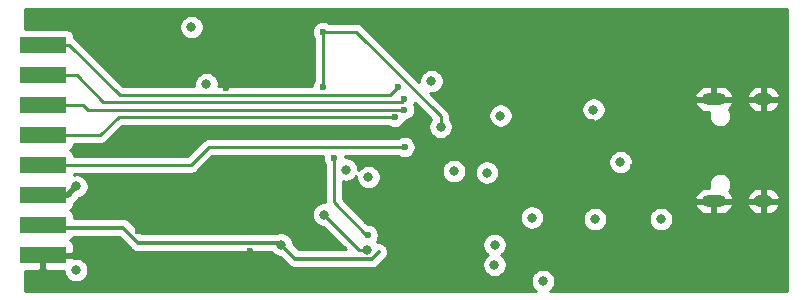
<source format=gbr>
%TF.GenerationSoftware,KiCad,Pcbnew,(5.1.6)-1*%
%TF.CreationDate,2020-08-19T15:06:30+08:00*%
%TF.ProjectId,sl_v2,736c5f76-322e-46b6-9963-61645f706362,rev?*%
%TF.SameCoordinates,Original*%
%TF.FileFunction,Copper,L4,Bot*%
%TF.FilePolarity,Positive*%
%FSLAX46Y46*%
G04 Gerber Fmt 4.6, Leading zero omitted, Abs format (unit mm)*
G04 Created by KiCad (PCBNEW (5.1.6)-1) date 2020-08-19 15:06:30*
%MOMM*%
%LPD*%
G01*
G04 APERTURE LIST*
%TA.AperFunction,SMDPad,CuDef*%
%ADD10R,4.000000X1.400000*%
%TD*%
%TA.AperFunction,ComponentPad*%
%ADD11O,1.600000X1.000000*%
%TD*%
%TA.AperFunction,ComponentPad*%
%ADD12O,2.100000X1.000000*%
%TD*%
%TA.AperFunction,ViaPad*%
%ADD13C,0.800000*%
%TD*%
%TA.AperFunction,ViaPad*%
%ADD14C,0.600000*%
%TD*%
%TA.AperFunction,Conductor*%
%ADD15C,0.350000*%
%TD*%
%TA.AperFunction,Conductor*%
%ADD16C,0.250000*%
%TD*%
%TA.AperFunction,Conductor*%
%ADD17C,0.500000*%
%TD*%
%TA.AperFunction,Conductor*%
%ADD18C,0.254000*%
%TD*%
G04 APERTURE END LIST*
D10*
%TO.P,J2,9*%
%TO.N,/C0*%
X127889000Y-89154000D03*
%TO.P,J2,10*%
%TO.N,/C1*%
X127889000Y-91694000D03*
%TO.P,J2,11*%
%TO.N,/C2*%
X127889000Y-94234000D03*
%TO.P,J2,12*%
%TO.N,/C3*%
X127889000Y-96774000D03*
%TO.P,J2,13*%
%TO.N,/7.5M_CLK*%
X127889000Y-99314000D03*
%TO.P,J2,14*%
%TO.N,/+3.3V_OUT*%
X127889000Y-101854000D03*
%TO.P,J2,15*%
%TO.N,/+5V_OUT*%
X127889000Y-104394000D03*
%TO.P,J2,16*%
%TO.N,GND*%
X127889000Y-106934000D03*
%TD*%
D11*
%TO.P,J1,S1*%
%TO.N,GND*%
X188883000Y-93724000D03*
X188883000Y-102364000D03*
D12*
X184703000Y-102364000D03*
X184703000Y-93724000D03*
%TD*%
D13*
%TO.N,/+3.3V_FTOUT*%
X141732000Y-92456000D03*
X140462000Y-87630000D03*
X155448000Y-100330000D03*
X153543000Y-99695000D03*
X162687000Y-99822000D03*
X176784000Y-99060000D03*
X174498000Y-94615000D03*
X180213000Y-103886000D03*
X169291000Y-103759000D03*
D14*
%TO.N,GND*%
X146735800Y-87553800D03*
X143408400Y-92770800D03*
X137769600Y-92481400D03*
X159004000Y-100380800D03*
X156489400Y-102616000D03*
X155321000Y-104063800D03*
X163982400Y-102539800D03*
X145415000Y-104698800D03*
X145440400Y-106603800D03*
X144043400Y-104902000D03*
X135940800Y-104876600D03*
X134797800Y-106273600D03*
X127914400Y-108483400D03*
X170078400Y-95402400D03*
X166979600Y-98552000D03*
X166979600Y-98552000D03*
X166674800Y-100050600D03*
X162687000Y-94615000D03*
X174371000Y-93370400D03*
X174421800Y-95656400D03*
X174066200Y-97967800D03*
X176707800Y-97942400D03*
X177850800Y-99466400D03*
X177698400Y-95656400D03*
X182422800Y-94742000D03*
X182170000Y-101294000D03*
X178790600Y-101930200D03*
X180213000Y-105079800D03*
X178181000Y-107518200D03*
X162991800Y-105867200D03*
X160426400Y-105765600D03*
D13*
X170891200Y-101981000D03*
%TO.N,/+3.3V_VCCIO*%
X160782000Y-92202000D03*
X166624000Y-95123000D03*
X165481000Y-99949000D03*
%TO.N,/+3.3V_ROM*%
X166141400Y-106070400D03*
X166116000Y-107772200D03*
X174625000Y-103886000D03*
X170230800Y-109143800D03*
%TO.N,Net-(C16-Pad1)*%
X151688800Y-103505000D03*
X155346400Y-106476800D03*
%TO.N,/+5V_OUT*%
X148056600Y-106045000D03*
D14*
%TO.N,/7.5M_CLK*%
X158521400Y-97790000D03*
%TO.N,/C3*%
X157696201Y-95240000D03*
%TO.N,/C2*%
X158470600Y-94615000D03*
%TO.N,/C1*%
X158496000Y-93726000D03*
%TO.N,/C0*%
X157937200Y-92684600D03*
D13*
%TO.N,/+3.3V_OUT*%
X130708400Y-108204000D03*
X130733800Y-101129000D03*
D14*
%TO.N,/5V_OUT_EN*%
X152500384Y-98677784D03*
X155397200Y-105232200D03*
%TO.N,/I2C_CONNECT*%
X151587200Y-92684600D03*
X151587200Y-88036400D03*
D13*
X161569400Y-96088200D03*
%TD*%
D15*
%TO.N,GND*%
X127889000Y-106934000D02*
X127889000Y-108458000D01*
X127889000Y-108458000D02*
X127914400Y-108483400D01*
D16*
%TO.N,Net-(C16-Pad1)*%
X151688800Y-103505000D02*
X154660600Y-106476800D01*
X154660600Y-106476800D02*
X155346400Y-106476800D01*
D15*
%TO.N,/+5V_OUT*%
X155718401Y-107251801D02*
X156311600Y-106658602D01*
X148056600Y-106045000D02*
X149263401Y-107251801D01*
X149263401Y-107251801D02*
X155718401Y-107251801D01*
X148056600Y-106045000D02*
X147904200Y-105892600D01*
X135957798Y-105892600D02*
X134687798Y-104622600D01*
X147904200Y-105892600D02*
X135957798Y-105892600D01*
X128117600Y-104622600D02*
X127889000Y-104394000D01*
X134687798Y-104622600D02*
X128117600Y-104622600D01*
D16*
%TO.N,/7.5M_CLK*%
X158521400Y-97790000D02*
X141935200Y-97790000D01*
X140411200Y-99314000D02*
X127889000Y-99314000D01*
X141935200Y-97790000D02*
X140411200Y-99314000D01*
%TO.N,/C3*%
X157696201Y-95240000D02*
X134299800Y-95240000D01*
X132765800Y-96774000D02*
X127889000Y-96774000D01*
X134299800Y-95240000D02*
X132765800Y-96774000D01*
%TO.N,/C2*%
X158470600Y-94615000D02*
X131699000Y-94615000D01*
X131318000Y-94234000D02*
X127889000Y-94234000D01*
X131699000Y-94615000D02*
X131318000Y-94234000D01*
%TO.N,/C1*%
X130759200Y-91694000D02*
X127889000Y-91694000D01*
X133019800Y-93954600D02*
X130759200Y-91694000D01*
X158496000Y-93726000D02*
X158267400Y-93954600D01*
X158267400Y-93954600D02*
X133019800Y-93954600D01*
%TO.N,/C0*%
X130139000Y-89154000D02*
X127889000Y-89154000D01*
X157251400Y-93395800D02*
X134380800Y-93395800D01*
X157937200Y-92684600D02*
X157251400Y-93395800D01*
X134380800Y-93395800D02*
X130139000Y-89154000D01*
D17*
%TO.N,/+3.3V_OUT*%
X130008800Y-101854000D02*
X130733800Y-101129000D01*
X127889000Y-101854000D02*
X130008800Y-101854000D01*
D16*
%TO.N,/5V_OUT_EN*%
X152500384Y-98677784D02*
X152500384Y-102462384D01*
X152500384Y-102462384D02*
X155270200Y-105232200D01*
X155270200Y-105232200D02*
X155397200Y-105232200D01*
%TO.N,/I2C_CONNECT*%
X151587200Y-92684600D02*
X151587200Y-88036400D01*
X161569400Y-96088200D02*
X161569400Y-95199200D01*
X154406600Y-88036400D02*
X151587200Y-88036400D01*
X161569400Y-95199200D02*
X154406600Y-88036400D01*
%TD*%
D18*
%TO.N,GND*%
G36*
X190908000Y-110009000D02*
G01*
X170798887Y-110009000D01*
X170890574Y-109947737D01*
X171034737Y-109803574D01*
X171148005Y-109634056D01*
X171226026Y-109445698D01*
X171265800Y-109245739D01*
X171265800Y-109041861D01*
X171226026Y-108841902D01*
X171148005Y-108653544D01*
X171034737Y-108484026D01*
X170890574Y-108339863D01*
X170721056Y-108226595D01*
X170532698Y-108148574D01*
X170332739Y-108108800D01*
X170128861Y-108108800D01*
X169928902Y-108148574D01*
X169740544Y-108226595D01*
X169571026Y-108339863D01*
X169426863Y-108484026D01*
X169313595Y-108653544D01*
X169235574Y-108841902D01*
X169195800Y-109041861D01*
X169195800Y-109245739D01*
X169235574Y-109445698D01*
X169313595Y-109634056D01*
X169426863Y-109803574D01*
X169571026Y-109947737D01*
X169662713Y-110009000D01*
X126338000Y-110009000D01*
X126338000Y-108271267D01*
X127603250Y-108269000D01*
X127762000Y-108110250D01*
X127762000Y-107061000D01*
X128016000Y-107061000D01*
X128016000Y-108110250D01*
X128174750Y-108269000D01*
X129673400Y-108271686D01*
X129673400Y-108305939D01*
X129713174Y-108505898D01*
X129791195Y-108694256D01*
X129904463Y-108863774D01*
X130048626Y-109007937D01*
X130218144Y-109121205D01*
X130406502Y-109199226D01*
X130606461Y-109239000D01*
X130810339Y-109239000D01*
X131010298Y-109199226D01*
X131198656Y-109121205D01*
X131368174Y-109007937D01*
X131512337Y-108863774D01*
X131625605Y-108694256D01*
X131703626Y-108505898D01*
X131743400Y-108305939D01*
X131743400Y-108102061D01*
X131703626Y-107902102D01*
X131625605Y-107713744D01*
X131512337Y-107544226D01*
X131368174Y-107400063D01*
X131198656Y-107286795D01*
X131010298Y-107208774D01*
X130810339Y-107169000D01*
X130606461Y-107169000D01*
X130495351Y-107191101D01*
X130365250Y-107061000D01*
X128016000Y-107061000D01*
X127762000Y-107061000D01*
X127742000Y-107061000D01*
X127742000Y-106807000D01*
X127762000Y-106807000D01*
X127762000Y-106787000D01*
X128016000Y-106787000D01*
X128016000Y-106807000D01*
X130365250Y-106807000D01*
X130524000Y-106648250D01*
X130527072Y-106234000D01*
X130514812Y-106109518D01*
X130478502Y-105989820D01*
X130419537Y-105879506D01*
X130340185Y-105782815D01*
X130243494Y-105703463D01*
X130169665Y-105664000D01*
X130243494Y-105624537D01*
X130340185Y-105545185D01*
X130419537Y-105448494D01*
X130428033Y-105432600D01*
X134352286Y-105432600D01*
X135356903Y-106437218D01*
X135382270Y-106468128D01*
X135450008Y-106523719D01*
X135505608Y-106569349D01*
X135580822Y-106609551D01*
X135646325Y-106644563D01*
X135799010Y-106690880D01*
X135918007Y-106702600D01*
X135918009Y-106702600D01*
X135957797Y-106706519D01*
X135997585Y-106702600D01*
X147251210Y-106702600D01*
X147252663Y-106704774D01*
X147396826Y-106848937D01*
X147566344Y-106962205D01*
X147754702Y-107040226D01*
X147943959Y-107077871D01*
X148662506Y-107796419D01*
X148687873Y-107827329D01*
X148744912Y-107874139D01*
X148811211Y-107928550D01*
X148886425Y-107968752D01*
X148951928Y-108003764D01*
X149104613Y-108050081D01*
X149223610Y-108061801D01*
X149223612Y-108061801D01*
X149263400Y-108065720D01*
X149303188Y-108061801D01*
X155678613Y-108061801D01*
X155718401Y-108065720D01*
X155758189Y-108061801D01*
X155758192Y-108061801D01*
X155877189Y-108050081D01*
X156029874Y-108003764D01*
X156170590Y-107928550D01*
X156293929Y-107827329D01*
X156319300Y-107796414D01*
X156445453Y-107670261D01*
X165081000Y-107670261D01*
X165081000Y-107874139D01*
X165120774Y-108074098D01*
X165198795Y-108262456D01*
X165312063Y-108431974D01*
X165456226Y-108576137D01*
X165625744Y-108689405D01*
X165814102Y-108767426D01*
X166014061Y-108807200D01*
X166217939Y-108807200D01*
X166417898Y-108767426D01*
X166606256Y-108689405D01*
X166775774Y-108576137D01*
X166919937Y-108431974D01*
X167033205Y-108262456D01*
X167111226Y-108074098D01*
X167151000Y-107874139D01*
X167151000Y-107670261D01*
X167111226Y-107470302D01*
X167033205Y-107281944D01*
X166919937Y-107112426D01*
X166775774Y-106968263D01*
X166718189Y-106929786D01*
X166801174Y-106874337D01*
X166945337Y-106730174D01*
X167058605Y-106560656D01*
X167136626Y-106372298D01*
X167176400Y-106172339D01*
X167176400Y-105968461D01*
X167136626Y-105768502D01*
X167058605Y-105580144D01*
X166945337Y-105410626D01*
X166801174Y-105266463D01*
X166631656Y-105153195D01*
X166443298Y-105075174D01*
X166243339Y-105035400D01*
X166039461Y-105035400D01*
X165839502Y-105075174D01*
X165651144Y-105153195D01*
X165481626Y-105266463D01*
X165337463Y-105410626D01*
X165224195Y-105580144D01*
X165146174Y-105768502D01*
X165106400Y-105968461D01*
X165106400Y-106172339D01*
X165146174Y-106372298D01*
X165224195Y-106560656D01*
X165337463Y-106730174D01*
X165481626Y-106874337D01*
X165539211Y-106912814D01*
X165456226Y-106968263D01*
X165312063Y-107112426D01*
X165198795Y-107281944D01*
X165120774Y-107470302D01*
X165081000Y-107670261D01*
X156445453Y-107670261D01*
X156912492Y-107203223D01*
X156988349Y-107110792D01*
X157063562Y-106970076D01*
X157109879Y-106817390D01*
X157125519Y-106658603D01*
X157109879Y-106499815D01*
X157063562Y-106347129D01*
X156988349Y-106206413D01*
X156887127Y-106083075D01*
X156763789Y-105981853D01*
X156623073Y-105906640D01*
X156470387Y-105860323D01*
X156311599Y-105844683D01*
X156177633Y-105857878D01*
X156150337Y-105817026D01*
X156138713Y-105805402D01*
X156225786Y-105675089D01*
X156296268Y-105504929D01*
X156332200Y-105324289D01*
X156332200Y-105140111D01*
X156296268Y-104959471D01*
X156225786Y-104789311D01*
X156123462Y-104636172D01*
X155993228Y-104505938D01*
X155840089Y-104403614D01*
X155669929Y-104333132D01*
X155489289Y-104297200D01*
X155410002Y-104297200D01*
X154769863Y-103657061D01*
X168256000Y-103657061D01*
X168256000Y-103860939D01*
X168295774Y-104060898D01*
X168373795Y-104249256D01*
X168487063Y-104418774D01*
X168631226Y-104562937D01*
X168800744Y-104676205D01*
X168989102Y-104754226D01*
X169189061Y-104794000D01*
X169392939Y-104794000D01*
X169592898Y-104754226D01*
X169781256Y-104676205D01*
X169950774Y-104562937D01*
X170094937Y-104418774D01*
X170208205Y-104249256D01*
X170286226Y-104060898D01*
X170326000Y-103860939D01*
X170326000Y-103784061D01*
X173590000Y-103784061D01*
X173590000Y-103987939D01*
X173629774Y-104187898D01*
X173707795Y-104376256D01*
X173821063Y-104545774D01*
X173965226Y-104689937D01*
X174134744Y-104803205D01*
X174323102Y-104881226D01*
X174523061Y-104921000D01*
X174726939Y-104921000D01*
X174926898Y-104881226D01*
X175115256Y-104803205D01*
X175284774Y-104689937D01*
X175428937Y-104545774D01*
X175542205Y-104376256D01*
X175620226Y-104187898D01*
X175660000Y-103987939D01*
X175660000Y-103784061D01*
X179178000Y-103784061D01*
X179178000Y-103987939D01*
X179217774Y-104187898D01*
X179295795Y-104376256D01*
X179409063Y-104545774D01*
X179553226Y-104689937D01*
X179722744Y-104803205D01*
X179911102Y-104881226D01*
X180111061Y-104921000D01*
X180314939Y-104921000D01*
X180514898Y-104881226D01*
X180703256Y-104803205D01*
X180872774Y-104689937D01*
X181016937Y-104545774D01*
X181130205Y-104376256D01*
X181208226Y-104187898D01*
X181248000Y-103987939D01*
X181248000Y-103784061D01*
X181208226Y-103584102D01*
X181130205Y-103395744D01*
X181016937Y-103226226D01*
X180872774Y-103082063D01*
X180703256Y-102968795D01*
X180514898Y-102890774D01*
X180314939Y-102851000D01*
X180111061Y-102851000D01*
X179911102Y-102890774D01*
X179722744Y-102968795D01*
X179553226Y-103082063D01*
X179409063Y-103226226D01*
X179295795Y-103395744D01*
X179217774Y-103584102D01*
X179178000Y-103784061D01*
X175660000Y-103784061D01*
X175620226Y-103584102D01*
X175542205Y-103395744D01*
X175428937Y-103226226D01*
X175284774Y-103082063D01*
X175115256Y-102968795D01*
X174926898Y-102890774D01*
X174726939Y-102851000D01*
X174523061Y-102851000D01*
X174323102Y-102890774D01*
X174134744Y-102968795D01*
X173965226Y-103082063D01*
X173821063Y-103226226D01*
X173707795Y-103395744D01*
X173629774Y-103584102D01*
X173590000Y-103784061D01*
X170326000Y-103784061D01*
X170326000Y-103657061D01*
X170286226Y-103457102D01*
X170208205Y-103268744D01*
X170094937Y-103099226D01*
X169950774Y-102955063D01*
X169781256Y-102841795D01*
X169592898Y-102763774D01*
X169392939Y-102724000D01*
X169189061Y-102724000D01*
X168989102Y-102763774D01*
X168800744Y-102841795D01*
X168631226Y-102955063D01*
X168487063Y-103099226D01*
X168373795Y-103268744D01*
X168295774Y-103457102D01*
X168256000Y-103657061D01*
X154769863Y-103657061D01*
X153778676Y-102665874D01*
X183058881Y-102665874D01*
X183138724Y-102888976D01*
X183260631Y-103076764D01*
X183416831Y-103237161D01*
X183601322Y-103364003D01*
X183807013Y-103452415D01*
X184026000Y-103499000D01*
X184576000Y-103499000D01*
X184576000Y-102491000D01*
X184830000Y-102491000D01*
X184830000Y-103499000D01*
X185380000Y-103499000D01*
X185598987Y-103452415D01*
X185804678Y-103364003D01*
X185989169Y-103237161D01*
X186145369Y-103076764D01*
X186267276Y-102888976D01*
X186347119Y-102665874D01*
X187488881Y-102665874D01*
X187568724Y-102888976D01*
X187690631Y-103076764D01*
X187846831Y-103237161D01*
X188031322Y-103364003D01*
X188237013Y-103452415D01*
X188456000Y-103499000D01*
X188756000Y-103499000D01*
X188756000Y-102491000D01*
X189010000Y-102491000D01*
X189010000Y-103499000D01*
X189310000Y-103499000D01*
X189528987Y-103452415D01*
X189734678Y-103364003D01*
X189919169Y-103237161D01*
X190075369Y-103076764D01*
X190197276Y-102888976D01*
X190277119Y-102665874D01*
X190150954Y-102491000D01*
X189010000Y-102491000D01*
X188756000Y-102491000D01*
X187615046Y-102491000D01*
X187488881Y-102665874D01*
X186347119Y-102665874D01*
X186220954Y-102491000D01*
X184830000Y-102491000D01*
X184576000Y-102491000D01*
X183185046Y-102491000D01*
X183058881Y-102665874D01*
X153778676Y-102665874D01*
X153260384Y-102147583D01*
X153260384Y-102062126D01*
X183058881Y-102062126D01*
X183185046Y-102237000D01*
X184576000Y-102237000D01*
X184576000Y-102217000D01*
X184830000Y-102217000D01*
X184830000Y-102237000D01*
X186220954Y-102237000D01*
X186347119Y-102062126D01*
X187488881Y-102062126D01*
X187615046Y-102237000D01*
X188756000Y-102237000D01*
X188756000Y-101229000D01*
X189010000Y-101229000D01*
X189010000Y-102237000D01*
X190150954Y-102237000D01*
X190277119Y-102062126D01*
X190197276Y-101839024D01*
X190075369Y-101651236D01*
X189919169Y-101490839D01*
X189734678Y-101363997D01*
X189528987Y-101275585D01*
X189310000Y-101229000D01*
X189010000Y-101229000D01*
X188756000Y-101229000D01*
X188456000Y-101229000D01*
X188237013Y-101275585D01*
X188031322Y-101363997D01*
X187846831Y-101490839D01*
X187690631Y-101651236D01*
X187568724Y-101839024D01*
X187488881Y-102062126D01*
X186347119Y-102062126D01*
X186267276Y-101839024D01*
X186145369Y-101651236D01*
X186004794Y-101506884D01*
X186083741Y-101388731D01*
X186156108Y-101214022D01*
X186193000Y-101028552D01*
X186193000Y-100839448D01*
X186156108Y-100653978D01*
X186083741Y-100479269D01*
X185978681Y-100322036D01*
X185844964Y-100188319D01*
X185687731Y-100083259D01*
X185513022Y-100010892D01*
X185327552Y-99974000D01*
X185138448Y-99974000D01*
X184952978Y-100010892D01*
X184778269Y-100083259D01*
X184621036Y-100188319D01*
X184487319Y-100322036D01*
X184382259Y-100479269D01*
X184309892Y-100653978D01*
X184273000Y-100839448D01*
X184273000Y-101028552D01*
X184309892Y-101214022D01*
X184316096Y-101229000D01*
X184026000Y-101229000D01*
X183807013Y-101275585D01*
X183601322Y-101363997D01*
X183416831Y-101490839D01*
X183260631Y-101651236D01*
X183138724Y-101839024D01*
X183058881Y-102062126D01*
X153260384Y-102062126D01*
X153260384Y-100694061D01*
X153441061Y-100730000D01*
X153644939Y-100730000D01*
X153844898Y-100690226D01*
X154033256Y-100612205D01*
X154202774Y-100498937D01*
X154346937Y-100354774D01*
X154413000Y-100255903D01*
X154413000Y-100431939D01*
X154452774Y-100631898D01*
X154530795Y-100820256D01*
X154644063Y-100989774D01*
X154788226Y-101133937D01*
X154957744Y-101247205D01*
X155146102Y-101325226D01*
X155346061Y-101365000D01*
X155549939Y-101365000D01*
X155749898Y-101325226D01*
X155938256Y-101247205D01*
X156107774Y-101133937D01*
X156251937Y-100989774D01*
X156365205Y-100820256D01*
X156443226Y-100631898D01*
X156483000Y-100431939D01*
X156483000Y-100228061D01*
X156443226Y-100028102D01*
X156365205Y-99839744D01*
X156285236Y-99720061D01*
X161652000Y-99720061D01*
X161652000Y-99923939D01*
X161691774Y-100123898D01*
X161769795Y-100312256D01*
X161883063Y-100481774D01*
X162027226Y-100625937D01*
X162196744Y-100739205D01*
X162385102Y-100817226D01*
X162585061Y-100857000D01*
X162788939Y-100857000D01*
X162988898Y-100817226D01*
X163177256Y-100739205D01*
X163346774Y-100625937D01*
X163490937Y-100481774D01*
X163604205Y-100312256D01*
X163682226Y-100123898D01*
X163722000Y-99923939D01*
X163722000Y-99847061D01*
X164446000Y-99847061D01*
X164446000Y-100050939D01*
X164485774Y-100250898D01*
X164563795Y-100439256D01*
X164677063Y-100608774D01*
X164821226Y-100752937D01*
X164990744Y-100866205D01*
X165179102Y-100944226D01*
X165379061Y-100984000D01*
X165582939Y-100984000D01*
X165782898Y-100944226D01*
X165971256Y-100866205D01*
X166140774Y-100752937D01*
X166284937Y-100608774D01*
X166398205Y-100439256D01*
X166476226Y-100250898D01*
X166516000Y-100050939D01*
X166516000Y-99847061D01*
X166476226Y-99647102D01*
X166398205Y-99458744D01*
X166284937Y-99289226D01*
X166140774Y-99145063D01*
X165971256Y-99031795D01*
X165793248Y-98958061D01*
X175749000Y-98958061D01*
X175749000Y-99161939D01*
X175788774Y-99361898D01*
X175866795Y-99550256D01*
X175980063Y-99719774D01*
X176124226Y-99863937D01*
X176293744Y-99977205D01*
X176482102Y-100055226D01*
X176682061Y-100095000D01*
X176885939Y-100095000D01*
X177085898Y-100055226D01*
X177274256Y-99977205D01*
X177443774Y-99863937D01*
X177587937Y-99719774D01*
X177701205Y-99550256D01*
X177779226Y-99361898D01*
X177819000Y-99161939D01*
X177819000Y-98958061D01*
X177779226Y-98758102D01*
X177701205Y-98569744D01*
X177587937Y-98400226D01*
X177443774Y-98256063D01*
X177274256Y-98142795D01*
X177085898Y-98064774D01*
X176885939Y-98025000D01*
X176682061Y-98025000D01*
X176482102Y-98064774D01*
X176293744Y-98142795D01*
X176124226Y-98256063D01*
X175980063Y-98400226D01*
X175866795Y-98569744D01*
X175788774Y-98758102D01*
X175749000Y-98958061D01*
X165793248Y-98958061D01*
X165782898Y-98953774D01*
X165582939Y-98914000D01*
X165379061Y-98914000D01*
X165179102Y-98953774D01*
X164990744Y-99031795D01*
X164821226Y-99145063D01*
X164677063Y-99289226D01*
X164563795Y-99458744D01*
X164485774Y-99647102D01*
X164446000Y-99847061D01*
X163722000Y-99847061D01*
X163722000Y-99720061D01*
X163682226Y-99520102D01*
X163604205Y-99331744D01*
X163490937Y-99162226D01*
X163346774Y-99018063D01*
X163177256Y-98904795D01*
X162988898Y-98826774D01*
X162788939Y-98787000D01*
X162585061Y-98787000D01*
X162385102Y-98826774D01*
X162196744Y-98904795D01*
X162027226Y-99018063D01*
X161883063Y-99162226D01*
X161769795Y-99331744D01*
X161691774Y-99520102D01*
X161652000Y-99720061D01*
X156285236Y-99720061D01*
X156251937Y-99670226D01*
X156107774Y-99526063D01*
X155938256Y-99412795D01*
X155749898Y-99334774D01*
X155549939Y-99295000D01*
X155346061Y-99295000D01*
X155146102Y-99334774D01*
X154957744Y-99412795D01*
X154788226Y-99526063D01*
X154644063Y-99670226D01*
X154578000Y-99769097D01*
X154578000Y-99593061D01*
X154538226Y-99393102D01*
X154460205Y-99204744D01*
X154346937Y-99035226D01*
X154202774Y-98891063D01*
X154033256Y-98777795D01*
X153844898Y-98699774D01*
X153644939Y-98660000D01*
X153441061Y-98660000D01*
X153435384Y-98661129D01*
X153435384Y-98585695D01*
X153428284Y-98550000D01*
X157975865Y-98550000D01*
X158078511Y-98618586D01*
X158248671Y-98689068D01*
X158429311Y-98725000D01*
X158613489Y-98725000D01*
X158794129Y-98689068D01*
X158964289Y-98618586D01*
X159117428Y-98516262D01*
X159247662Y-98386028D01*
X159349986Y-98232889D01*
X159420468Y-98062729D01*
X159456400Y-97882089D01*
X159456400Y-97697911D01*
X159420468Y-97517271D01*
X159349986Y-97347111D01*
X159247662Y-97193972D01*
X159117428Y-97063738D01*
X158964289Y-96961414D01*
X158794129Y-96890932D01*
X158613489Y-96855000D01*
X158429311Y-96855000D01*
X158248671Y-96890932D01*
X158078511Y-96961414D01*
X157975865Y-97030000D01*
X141972522Y-97030000D01*
X141935199Y-97026324D01*
X141897876Y-97030000D01*
X141897867Y-97030000D01*
X141786214Y-97040997D01*
X141642953Y-97084454D01*
X141510924Y-97155026D01*
X141510922Y-97155027D01*
X141510923Y-97155027D01*
X141424196Y-97226201D01*
X141424192Y-97226205D01*
X141395199Y-97249999D01*
X141371405Y-97278992D01*
X140096399Y-98554000D01*
X130521163Y-98554000D01*
X130514812Y-98489518D01*
X130478502Y-98369820D01*
X130419537Y-98259506D01*
X130340185Y-98162815D01*
X130243494Y-98083463D01*
X130169665Y-98044000D01*
X130243494Y-98004537D01*
X130340185Y-97925185D01*
X130419537Y-97828494D01*
X130478502Y-97718180D01*
X130514812Y-97598482D01*
X130521163Y-97534000D01*
X132728478Y-97534000D01*
X132765800Y-97537676D01*
X132803122Y-97534000D01*
X132803133Y-97534000D01*
X132914786Y-97523003D01*
X133058047Y-97479546D01*
X133190076Y-97408974D01*
X133305801Y-97314001D01*
X133329604Y-97284997D01*
X134614602Y-96000000D01*
X157150666Y-96000000D01*
X157253312Y-96068586D01*
X157423472Y-96139068D01*
X157604112Y-96175000D01*
X157788290Y-96175000D01*
X157968930Y-96139068D01*
X158139090Y-96068586D01*
X158292229Y-95966262D01*
X158422463Y-95836028D01*
X158524787Y-95682889D01*
X158581370Y-95546284D01*
X158743329Y-95514068D01*
X158913489Y-95443586D01*
X159066628Y-95341262D01*
X159196862Y-95211028D01*
X159299186Y-95057889D01*
X159369668Y-94887729D01*
X159405600Y-94707089D01*
X159405600Y-94522911D01*
X159369668Y-94342271D01*
X159308082Y-94193589D01*
X159324586Y-94168889D01*
X159365503Y-94070105D01*
X160748785Y-95453387D01*
X160652195Y-95597944D01*
X160574174Y-95786302D01*
X160534400Y-95986261D01*
X160534400Y-96190139D01*
X160574174Y-96390098D01*
X160652195Y-96578456D01*
X160765463Y-96747974D01*
X160909626Y-96892137D01*
X161079144Y-97005405D01*
X161267502Y-97083426D01*
X161467461Y-97123200D01*
X161671339Y-97123200D01*
X161871298Y-97083426D01*
X162059656Y-97005405D01*
X162229174Y-96892137D01*
X162373337Y-96747974D01*
X162486605Y-96578456D01*
X162564626Y-96390098D01*
X162604400Y-96190139D01*
X162604400Y-95986261D01*
X162564626Y-95786302D01*
X162486605Y-95597944D01*
X162373337Y-95428426D01*
X162329400Y-95384489D01*
X162329400Y-95236523D01*
X162333076Y-95199200D01*
X162329400Y-95161877D01*
X162329400Y-95161867D01*
X162318403Y-95050214D01*
X162309560Y-95021061D01*
X165589000Y-95021061D01*
X165589000Y-95224939D01*
X165628774Y-95424898D01*
X165706795Y-95613256D01*
X165820063Y-95782774D01*
X165964226Y-95926937D01*
X166133744Y-96040205D01*
X166322102Y-96118226D01*
X166522061Y-96158000D01*
X166725939Y-96158000D01*
X166925898Y-96118226D01*
X167114256Y-96040205D01*
X167283774Y-95926937D01*
X167427937Y-95782774D01*
X167541205Y-95613256D01*
X167619226Y-95424898D01*
X167659000Y-95224939D01*
X167659000Y-95021061D01*
X167619226Y-94821102D01*
X167541205Y-94632744D01*
X167461236Y-94513061D01*
X173463000Y-94513061D01*
X173463000Y-94716939D01*
X173502774Y-94916898D01*
X173580795Y-95105256D01*
X173694063Y-95274774D01*
X173838226Y-95418937D01*
X174007744Y-95532205D01*
X174196102Y-95610226D01*
X174396061Y-95650000D01*
X174599939Y-95650000D01*
X174799898Y-95610226D01*
X174988256Y-95532205D01*
X175157774Y-95418937D01*
X175301937Y-95274774D01*
X175415205Y-95105256D01*
X175493226Y-94916898D01*
X175533000Y-94716939D01*
X175533000Y-94513061D01*
X175493226Y-94313102D01*
X175415205Y-94124744D01*
X175349143Y-94025874D01*
X183058881Y-94025874D01*
X183138724Y-94248976D01*
X183260631Y-94436764D01*
X183416831Y-94597161D01*
X183601322Y-94724003D01*
X183807013Y-94812415D01*
X184026000Y-94859000D01*
X184316096Y-94859000D01*
X184309892Y-94873978D01*
X184273000Y-95059448D01*
X184273000Y-95248552D01*
X184309892Y-95434022D01*
X184382259Y-95608731D01*
X184487319Y-95765964D01*
X184621036Y-95899681D01*
X184778269Y-96004741D01*
X184952978Y-96077108D01*
X185138448Y-96114000D01*
X185327552Y-96114000D01*
X185513022Y-96077108D01*
X185687731Y-96004741D01*
X185844964Y-95899681D01*
X185978681Y-95765964D01*
X186083741Y-95608731D01*
X186156108Y-95434022D01*
X186193000Y-95248552D01*
X186193000Y-95059448D01*
X186156108Y-94873978D01*
X186083741Y-94699269D01*
X186004794Y-94581116D01*
X186145369Y-94436764D01*
X186267276Y-94248976D01*
X186347119Y-94025874D01*
X187488881Y-94025874D01*
X187568724Y-94248976D01*
X187690631Y-94436764D01*
X187846831Y-94597161D01*
X188031322Y-94724003D01*
X188237013Y-94812415D01*
X188456000Y-94859000D01*
X188756000Y-94859000D01*
X188756000Y-93851000D01*
X189010000Y-93851000D01*
X189010000Y-94859000D01*
X189310000Y-94859000D01*
X189528987Y-94812415D01*
X189734678Y-94724003D01*
X189919169Y-94597161D01*
X190075369Y-94436764D01*
X190197276Y-94248976D01*
X190277119Y-94025874D01*
X190150954Y-93851000D01*
X189010000Y-93851000D01*
X188756000Y-93851000D01*
X187615046Y-93851000D01*
X187488881Y-94025874D01*
X186347119Y-94025874D01*
X186220954Y-93851000D01*
X184830000Y-93851000D01*
X184830000Y-93871000D01*
X184576000Y-93871000D01*
X184576000Y-93851000D01*
X183185046Y-93851000D01*
X183058881Y-94025874D01*
X175349143Y-94025874D01*
X175301937Y-93955226D01*
X175157774Y-93811063D01*
X174988256Y-93697795D01*
X174799898Y-93619774D01*
X174599939Y-93580000D01*
X174396061Y-93580000D01*
X174196102Y-93619774D01*
X174007744Y-93697795D01*
X173838226Y-93811063D01*
X173694063Y-93955226D01*
X173580795Y-94124744D01*
X173502774Y-94313102D01*
X173463000Y-94513061D01*
X167461236Y-94513061D01*
X167427937Y-94463226D01*
X167283774Y-94319063D01*
X167114256Y-94205795D01*
X166925898Y-94127774D01*
X166725939Y-94088000D01*
X166522061Y-94088000D01*
X166322102Y-94127774D01*
X166133744Y-94205795D01*
X165964226Y-94319063D01*
X165820063Y-94463226D01*
X165706795Y-94632744D01*
X165628774Y-94821102D01*
X165589000Y-95021061D01*
X162309560Y-95021061D01*
X162274946Y-94906953D01*
X162229057Y-94821102D01*
X162204374Y-94774923D01*
X162133199Y-94688197D01*
X162109401Y-94659199D01*
X162080403Y-94635401D01*
X160867128Y-93422126D01*
X183058881Y-93422126D01*
X183185046Y-93597000D01*
X184576000Y-93597000D01*
X184576000Y-92589000D01*
X184830000Y-92589000D01*
X184830000Y-93597000D01*
X186220954Y-93597000D01*
X186347119Y-93422126D01*
X187488881Y-93422126D01*
X187615046Y-93597000D01*
X188756000Y-93597000D01*
X188756000Y-92589000D01*
X189010000Y-92589000D01*
X189010000Y-93597000D01*
X190150954Y-93597000D01*
X190277119Y-93422126D01*
X190197276Y-93199024D01*
X190075369Y-93011236D01*
X189919169Y-92850839D01*
X189734678Y-92723997D01*
X189528987Y-92635585D01*
X189310000Y-92589000D01*
X189010000Y-92589000D01*
X188756000Y-92589000D01*
X188456000Y-92589000D01*
X188237013Y-92635585D01*
X188031322Y-92723997D01*
X187846831Y-92850839D01*
X187690631Y-93011236D01*
X187568724Y-93199024D01*
X187488881Y-93422126D01*
X186347119Y-93422126D01*
X186267276Y-93199024D01*
X186145369Y-93011236D01*
X185989169Y-92850839D01*
X185804678Y-92723997D01*
X185598987Y-92635585D01*
X185380000Y-92589000D01*
X184830000Y-92589000D01*
X184576000Y-92589000D01*
X184026000Y-92589000D01*
X183807013Y-92635585D01*
X183601322Y-92723997D01*
X183416831Y-92850839D01*
X183260631Y-93011236D01*
X183138724Y-93199024D01*
X183058881Y-93422126D01*
X160867128Y-93422126D01*
X160682002Y-93237000D01*
X160883939Y-93237000D01*
X161083898Y-93197226D01*
X161272256Y-93119205D01*
X161441774Y-93005937D01*
X161585937Y-92861774D01*
X161699205Y-92692256D01*
X161777226Y-92503898D01*
X161817000Y-92303939D01*
X161817000Y-92100061D01*
X161777226Y-91900102D01*
X161699205Y-91711744D01*
X161585937Y-91542226D01*
X161441774Y-91398063D01*
X161272256Y-91284795D01*
X161083898Y-91206774D01*
X160883939Y-91167000D01*
X160680061Y-91167000D01*
X160480102Y-91206774D01*
X160291744Y-91284795D01*
X160122226Y-91398063D01*
X159978063Y-91542226D01*
X159864795Y-91711744D01*
X159786774Y-91900102D01*
X159747000Y-92100061D01*
X159747000Y-92301998D01*
X154970404Y-87525403D01*
X154946601Y-87496399D01*
X154830876Y-87401426D01*
X154698847Y-87330854D01*
X154555586Y-87287397D01*
X154443933Y-87276400D01*
X154443922Y-87276400D01*
X154406600Y-87272724D01*
X154369278Y-87276400D01*
X152132735Y-87276400D01*
X152030089Y-87207814D01*
X151859929Y-87137332D01*
X151679289Y-87101400D01*
X151495111Y-87101400D01*
X151314471Y-87137332D01*
X151144311Y-87207814D01*
X150991172Y-87310138D01*
X150860938Y-87440372D01*
X150758614Y-87593511D01*
X150688132Y-87763671D01*
X150652200Y-87944311D01*
X150652200Y-88128489D01*
X150688132Y-88309129D01*
X150758614Y-88479289D01*
X150827201Y-88581937D01*
X150827200Y-92139064D01*
X150758614Y-92241711D01*
X150688132Y-92411871D01*
X150652200Y-92592511D01*
X150652200Y-92635800D01*
X142751513Y-92635800D01*
X142767000Y-92557939D01*
X142767000Y-92354061D01*
X142727226Y-92154102D01*
X142649205Y-91965744D01*
X142535937Y-91796226D01*
X142391774Y-91652063D01*
X142222256Y-91538795D01*
X142033898Y-91460774D01*
X141833939Y-91421000D01*
X141630061Y-91421000D01*
X141430102Y-91460774D01*
X141241744Y-91538795D01*
X141072226Y-91652063D01*
X140928063Y-91796226D01*
X140814795Y-91965744D01*
X140736774Y-92154102D01*
X140697000Y-92354061D01*
X140697000Y-92557939D01*
X140712487Y-92635800D01*
X134695602Y-92635800D01*
X130702804Y-88643003D01*
X130679001Y-88613999D01*
X130563276Y-88519026D01*
X130527072Y-88499674D01*
X130527072Y-88454000D01*
X130514812Y-88329518D01*
X130478502Y-88209820D01*
X130419537Y-88099506D01*
X130340185Y-88002815D01*
X130243494Y-87923463D01*
X130133180Y-87864498D01*
X130013482Y-87828188D01*
X129889000Y-87815928D01*
X126338000Y-87815928D01*
X126338000Y-87528061D01*
X139427000Y-87528061D01*
X139427000Y-87731939D01*
X139466774Y-87931898D01*
X139544795Y-88120256D01*
X139658063Y-88289774D01*
X139802226Y-88433937D01*
X139971744Y-88547205D01*
X140160102Y-88625226D01*
X140360061Y-88665000D01*
X140563939Y-88665000D01*
X140763898Y-88625226D01*
X140952256Y-88547205D01*
X141121774Y-88433937D01*
X141265937Y-88289774D01*
X141379205Y-88120256D01*
X141457226Y-87931898D01*
X141497000Y-87731939D01*
X141497000Y-87528061D01*
X141457226Y-87328102D01*
X141379205Y-87139744D01*
X141265937Y-86970226D01*
X141121774Y-86826063D01*
X140952256Y-86712795D01*
X140763898Y-86634774D01*
X140563939Y-86595000D01*
X140360061Y-86595000D01*
X140160102Y-86634774D01*
X139971744Y-86712795D01*
X139802226Y-86826063D01*
X139658063Y-86970226D01*
X139544795Y-87139744D01*
X139466774Y-87328102D01*
X139427000Y-87528061D01*
X126338000Y-87528061D01*
X126338000Y-86079000D01*
X190908001Y-86079000D01*
X190908000Y-110009000D01*
G37*
X190908000Y-110009000D02*
X170798887Y-110009000D01*
X170890574Y-109947737D01*
X171034737Y-109803574D01*
X171148005Y-109634056D01*
X171226026Y-109445698D01*
X171265800Y-109245739D01*
X171265800Y-109041861D01*
X171226026Y-108841902D01*
X171148005Y-108653544D01*
X171034737Y-108484026D01*
X170890574Y-108339863D01*
X170721056Y-108226595D01*
X170532698Y-108148574D01*
X170332739Y-108108800D01*
X170128861Y-108108800D01*
X169928902Y-108148574D01*
X169740544Y-108226595D01*
X169571026Y-108339863D01*
X169426863Y-108484026D01*
X169313595Y-108653544D01*
X169235574Y-108841902D01*
X169195800Y-109041861D01*
X169195800Y-109245739D01*
X169235574Y-109445698D01*
X169313595Y-109634056D01*
X169426863Y-109803574D01*
X169571026Y-109947737D01*
X169662713Y-110009000D01*
X126338000Y-110009000D01*
X126338000Y-108271267D01*
X127603250Y-108269000D01*
X127762000Y-108110250D01*
X127762000Y-107061000D01*
X128016000Y-107061000D01*
X128016000Y-108110250D01*
X128174750Y-108269000D01*
X129673400Y-108271686D01*
X129673400Y-108305939D01*
X129713174Y-108505898D01*
X129791195Y-108694256D01*
X129904463Y-108863774D01*
X130048626Y-109007937D01*
X130218144Y-109121205D01*
X130406502Y-109199226D01*
X130606461Y-109239000D01*
X130810339Y-109239000D01*
X131010298Y-109199226D01*
X131198656Y-109121205D01*
X131368174Y-109007937D01*
X131512337Y-108863774D01*
X131625605Y-108694256D01*
X131703626Y-108505898D01*
X131743400Y-108305939D01*
X131743400Y-108102061D01*
X131703626Y-107902102D01*
X131625605Y-107713744D01*
X131512337Y-107544226D01*
X131368174Y-107400063D01*
X131198656Y-107286795D01*
X131010298Y-107208774D01*
X130810339Y-107169000D01*
X130606461Y-107169000D01*
X130495351Y-107191101D01*
X130365250Y-107061000D01*
X128016000Y-107061000D01*
X127762000Y-107061000D01*
X127742000Y-107061000D01*
X127742000Y-106807000D01*
X127762000Y-106807000D01*
X127762000Y-106787000D01*
X128016000Y-106787000D01*
X128016000Y-106807000D01*
X130365250Y-106807000D01*
X130524000Y-106648250D01*
X130527072Y-106234000D01*
X130514812Y-106109518D01*
X130478502Y-105989820D01*
X130419537Y-105879506D01*
X130340185Y-105782815D01*
X130243494Y-105703463D01*
X130169665Y-105664000D01*
X130243494Y-105624537D01*
X130340185Y-105545185D01*
X130419537Y-105448494D01*
X130428033Y-105432600D01*
X134352286Y-105432600D01*
X135356903Y-106437218D01*
X135382270Y-106468128D01*
X135450008Y-106523719D01*
X135505608Y-106569349D01*
X135580822Y-106609551D01*
X135646325Y-106644563D01*
X135799010Y-106690880D01*
X135918007Y-106702600D01*
X135918009Y-106702600D01*
X135957797Y-106706519D01*
X135997585Y-106702600D01*
X147251210Y-106702600D01*
X147252663Y-106704774D01*
X147396826Y-106848937D01*
X147566344Y-106962205D01*
X147754702Y-107040226D01*
X147943959Y-107077871D01*
X148662506Y-107796419D01*
X148687873Y-107827329D01*
X148744912Y-107874139D01*
X148811211Y-107928550D01*
X148886425Y-107968752D01*
X148951928Y-108003764D01*
X149104613Y-108050081D01*
X149223610Y-108061801D01*
X149223612Y-108061801D01*
X149263400Y-108065720D01*
X149303188Y-108061801D01*
X155678613Y-108061801D01*
X155718401Y-108065720D01*
X155758189Y-108061801D01*
X155758192Y-108061801D01*
X155877189Y-108050081D01*
X156029874Y-108003764D01*
X156170590Y-107928550D01*
X156293929Y-107827329D01*
X156319300Y-107796414D01*
X156445453Y-107670261D01*
X165081000Y-107670261D01*
X165081000Y-107874139D01*
X165120774Y-108074098D01*
X165198795Y-108262456D01*
X165312063Y-108431974D01*
X165456226Y-108576137D01*
X165625744Y-108689405D01*
X165814102Y-108767426D01*
X166014061Y-108807200D01*
X166217939Y-108807200D01*
X166417898Y-108767426D01*
X166606256Y-108689405D01*
X166775774Y-108576137D01*
X166919937Y-108431974D01*
X167033205Y-108262456D01*
X167111226Y-108074098D01*
X167151000Y-107874139D01*
X167151000Y-107670261D01*
X167111226Y-107470302D01*
X167033205Y-107281944D01*
X166919937Y-107112426D01*
X166775774Y-106968263D01*
X166718189Y-106929786D01*
X166801174Y-106874337D01*
X166945337Y-106730174D01*
X167058605Y-106560656D01*
X167136626Y-106372298D01*
X167176400Y-106172339D01*
X167176400Y-105968461D01*
X167136626Y-105768502D01*
X167058605Y-105580144D01*
X166945337Y-105410626D01*
X166801174Y-105266463D01*
X166631656Y-105153195D01*
X166443298Y-105075174D01*
X166243339Y-105035400D01*
X166039461Y-105035400D01*
X165839502Y-105075174D01*
X165651144Y-105153195D01*
X165481626Y-105266463D01*
X165337463Y-105410626D01*
X165224195Y-105580144D01*
X165146174Y-105768502D01*
X165106400Y-105968461D01*
X165106400Y-106172339D01*
X165146174Y-106372298D01*
X165224195Y-106560656D01*
X165337463Y-106730174D01*
X165481626Y-106874337D01*
X165539211Y-106912814D01*
X165456226Y-106968263D01*
X165312063Y-107112426D01*
X165198795Y-107281944D01*
X165120774Y-107470302D01*
X165081000Y-107670261D01*
X156445453Y-107670261D01*
X156912492Y-107203223D01*
X156988349Y-107110792D01*
X157063562Y-106970076D01*
X157109879Y-106817390D01*
X157125519Y-106658603D01*
X157109879Y-106499815D01*
X157063562Y-106347129D01*
X156988349Y-106206413D01*
X156887127Y-106083075D01*
X156763789Y-105981853D01*
X156623073Y-105906640D01*
X156470387Y-105860323D01*
X156311599Y-105844683D01*
X156177633Y-105857878D01*
X156150337Y-105817026D01*
X156138713Y-105805402D01*
X156225786Y-105675089D01*
X156296268Y-105504929D01*
X156332200Y-105324289D01*
X156332200Y-105140111D01*
X156296268Y-104959471D01*
X156225786Y-104789311D01*
X156123462Y-104636172D01*
X155993228Y-104505938D01*
X155840089Y-104403614D01*
X155669929Y-104333132D01*
X155489289Y-104297200D01*
X155410002Y-104297200D01*
X154769863Y-103657061D01*
X168256000Y-103657061D01*
X168256000Y-103860939D01*
X168295774Y-104060898D01*
X168373795Y-104249256D01*
X168487063Y-104418774D01*
X168631226Y-104562937D01*
X168800744Y-104676205D01*
X168989102Y-104754226D01*
X169189061Y-104794000D01*
X169392939Y-104794000D01*
X169592898Y-104754226D01*
X169781256Y-104676205D01*
X169950774Y-104562937D01*
X170094937Y-104418774D01*
X170208205Y-104249256D01*
X170286226Y-104060898D01*
X170326000Y-103860939D01*
X170326000Y-103784061D01*
X173590000Y-103784061D01*
X173590000Y-103987939D01*
X173629774Y-104187898D01*
X173707795Y-104376256D01*
X173821063Y-104545774D01*
X173965226Y-104689937D01*
X174134744Y-104803205D01*
X174323102Y-104881226D01*
X174523061Y-104921000D01*
X174726939Y-104921000D01*
X174926898Y-104881226D01*
X175115256Y-104803205D01*
X175284774Y-104689937D01*
X175428937Y-104545774D01*
X175542205Y-104376256D01*
X175620226Y-104187898D01*
X175660000Y-103987939D01*
X175660000Y-103784061D01*
X179178000Y-103784061D01*
X179178000Y-103987939D01*
X179217774Y-104187898D01*
X179295795Y-104376256D01*
X179409063Y-104545774D01*
X179553226Y-104689937D01*
X179722744Y-104803205D01*
X179911102Y-104881226D01*
X180111061Y-104921000D01*
X180314939Y-104921000D01*
X180514898Y-104881226D01*
X180703256Y-104803205D01*
X180872774Y-104689937D01*
X181016937Y-104545774D01*
X181130205Y-104376256D01*
X181208226Y-104187898D01*
X181248000Y-103987939D01*
X181248000Y-103784061D01*
X181208226Y-103584102D01*
X181130205Y-103395744D01*
X181016937Y-103226226D01*
X180872774Y-103082063D01*
X180703256Y-102968795D01*
X180514898Y-102890774D01*
X180314939Y-102851000D01*
X180111061Y-102851000D01*
X179911102Y-102890774D01*
X179722744Y-102968795D01*
X179553226Y-103082063D01*
X179409063Y-103226226D01*
X179295795Y-103395744D01*
X179217774Y-103584102D01*
X179178000Y-103784061D01*
X175660000Y-103784061D01*
X175620226Y-103584102D01*
X175542205Y-103395744D01*
X175428937Y-103226226D01*
X175284774Y-103082063D01*
X175115256Y-102968795D01*
X174926898Y-102890774D01*
X174726939Y-102851000D01*
X174523061Y-102851000D01*
X174323102Y-102890774D01*
X174134744Y-102968795D01*
X173965226Y-103082063D01*
X173821063Y-103226226D01*
X173707795Y-103395744D01*
X173629774Y-103584102D01*
X173590000Y-103784061D01*
X170326000Y-103784061D01*
X170326000Y-103657061D01*
X170286226Y-103457102D01*
X170208205Y-103268744D01*
X170094937Y-103099226D01*
X169950774Y-102955063D01*
X169781256Y-102841795D01*
X169592898Y-102763774D01*
X169392939Y-102724000D01*
X169189061Y-102724000D01*
X168989102Y-102763774D01*
X168800744Y-102841795D01*
X168631226Y-102955063D01*
X168487063Y-103099226D01*
X168373795Y-103268744D01*
X168295774Y-103457102D01*
X168256000Y-103657061D01*
X154769863Y-103657061D01*
X153778676Y-102665874D01*
X183058881Y-102665874D01*
X183138724Y-102888976D01*
X183260631Y-103076764D01*
X183416831Y-103237161D01*
X183601322Y-103364003D01*
X183807013Y-103452415D01*
X184026000Y-103499000D01*
X184576000Y-103499000D01*
X184576000Y-102491000D01*
X184830000Y-102491000D01*
X184830000Y-103499000D01*
X185380000Y-103499000D01*
X185598987Y-103452415D01*
X185804678Y-103364003D01*
X185989169Y-103237161D01*
X186145369Y-103076764D01*
X186267276Y-102888976D01*
X186347119Y-102665874D01*
X187488881Y-102665874D01*
X187568724Y-102888976D01*
X187690631Y-103076764D01*
X187846831Y-103237161D01*
X188031322Y-103364003D01*
X188237013Y-103452415D01*
X188456000Y-103499000D01*
X188756000Y-103499000D01*
X188756000Y-102491000D01*
X189010000Y-102491000D01*
X189010000Y-103499000D01*
X189310000Y-103499000D01*
X189528987Y-103452415D01*
X189734678Y-103364003D01*
X189919169Y-103237161D01*
X190075369Y-103076764D01*
X190197276Y-102888976D01*
X190277119Y-102665874D01*
X190150954Y-102491000D01*
X189010000Y-102491000D01*
X188756000Y-102491000D01*
X187615046Y-102491000D01*
X187488881Y-102665874D01*
X186347119Y-102665874D01*
X186220954Y-102491000D01*
X184830000Y-102491000D01*
X184576000Y-102491000D01*
X183185046Y-102491000D01*
X183058881Y-102665874D01*
X153778676Y-102665874D01*
X153260384Y-102147583D01*
X153260384Y-102062126D01*
X183058881Y-102062126D01*
X183185046Y-102237000D01*
X184576000Y-102237000D01*
X184576000Y-102217000D01*
X184830000Y-102217000D01*
X184830000Y-102237000D01*
X186220954Y-102237000D01*
X186347119Y-102062126D01*
X187488881Y-102062126D01*
X187615046Y-102237000D01*
X188756000Y-102237000D01*
X188756000Y-101229000D01*
X189010000Y-101229000D01*
X189010000Y-102237000D01*
X190150954Y-102237000D01*
X190277119Y-102062126D01*
X190197276Y-101839024D01*
X190075369Y-101651236D01*
X189919169Y-101490839D01*
X189734678Y-101363997D01*
X189528987Y-101275585D01*
X189310000Y-101229000D01*
X189010000Y-101229000D01*
X188756000Y-101229000D01*
X188456000Y-101229000D01*
X188237013Y-101275585D01*
X188031322Y-101363997D01*
X187846831Y-101490839D01*
X187690631Y-101651236D01*
X187568724Y-101839024D01*
X187488881Y-102062126D01*
X186347119Y-102062126D01*
X186267276Y-101839024D01*
X186145369Y-101651236D01*
X186004794Y-101506884D01*
X186083741Y-101388731D01*
X186156108Y-101214022D01*
X186193000Y-101028552D01*
X186193000Y-100839448D01*
X186156108Y-100653978D01*
X186083741Y-100479269D01*
X185978681Y-100322036D01*
X185844964Y-100188319D01*
X185687731Y-100083259D01*
X185513022Y-100010892D01*
X185327552Y-99974000D01*
X185138448Y-99974000D01*
X184952978Y-100010892D01*
X184778269Y-100083259D01*
X184621036Y-100188319D01*
X184487319Y-100322036D01*
X184382259Y-100479269D01*
X184309892Y-100653978D01*
X184273000Y-100839448D01*
X184273000Y-101028552D01*
X184309892Y-101214022D01*
X184316096Y-101229000D01*
X184026000Y-101229000D01*
X183807013Y-101275585D01*
X183601322Y-101363997D01*
X183416831Y-101490839D01*
X183260631Y-101651236D01*
X183138724Y-101839024D01*
X183058881Y-102062126D01*
X153260384Y-102062126D01*
X153260384Y-100694061D01*
X153441061Y-100730000D01*
X153644939Y-100730000D01*
X153844898Y-100690226D01*
X154033256Y-100612205D01*
X154202774Y-100498937D01*
X154346937Y-100354774D01*
X154413000Y-100255903D01*
X154413000Y-100431939D01*
X154452774Y-100631898D01*
X154530795Y-100820256D01*
X154644063Y-100989774D01*
X154788226Y-101133937D01*
X154957744Y-101247205D01*
X155146102Y-101325226D01*
X155346061Y-101365000D01*
X155549939Y-101365000D01*
X155749898Y-101325226D01*
X155938256Y-101247205D01*
X156107774Y-101133937D01*
X156251937Y-100989774D01*
X156365205Y-100820256D01*
X156443226Y-100631898D01*
X156483000Y-100431939D01*
X156483000Y-100228061D01*
X156443226Y-100028102D01*
X156365205Y-99839744D01*
X156285236Y-99720061D01*
X161652000Y-99720061D01*
X161652000Y-99923939D01*
X161691774Y-100123898D01*
X161769795Y-100312256D01*
X161883063Y-100481774D01*
X162027226Y-100625937D01*
X162196744Y-100739205D01*
X162385102Y-100817226D01*
X162585061Y-100857000D01*
X162788939Y-100857000D01*
X162988898Y-100817226D01*
X163177256Y-100739205D01*
X163346774Y-100625937D01*
X163490937Y-100481774D01*
X163604205Y-100312256D01*
X163682226Y-100123898D01*
X163722000Y-99923939D01*
X163722000Y-99847061D01*
X164446000Y-99847061D01*
X164446000Y-100050939D01*
X164485774Y-100250898D01*
X164563795Y-100439256D01*
X164677063Y-100608774D01*
X164821226Y-100752937D01*
X164990744Y-100866205D01*
X165179102Y-100944226D01*
X165379061Y-100984000D01*
X165582939Y-100984000D01*
X165782898Y-100944226D01*
X165971256Y-100866205D01*
X166140774Y-100752937D01*
X166284937Y-100608774D01*
X166398205Y-100439256D01*
X166476226Y-100250898D01*
X166516000Y-100050939D01*
X166516000Y-99847061D01*
X166476226Y-99647102D01*
X166398205Y-99458744D01*
X166284937Y-99289226D01*
X166140774Y-99145063D01*
X165971256Y-99031795D01*
X165793248Y-98958061D01*
X175749000Y-98958061D01*
X175749000Y-99161939D01*
X175788774Y-99361898D01*
X175866795Y-99550256D01*
X175980063Y-99719774D01*
X176124226Y-99863937D01*
X176293744Y-99977205D01*
X176482102Y-100055226D01*
X176682061Y-100095000D01*
X176885939Y-100095000D01*
X177085898Y-100055226D01*
X177274256Y-99977205D01*
X177443774Y-99863937D01*
X177587937Y-99719774D01*
X177701205Y-99550256D01*
X177779226Y-99361898D01*
X177819000Y-99161939D01*
X177819000Y-98958061D01*
X177779226Y-98758102D01*
X177701205Y-98569744D01*
X177587937Y-98400226D01*
X177443774Y-98256063D01*
X177274256Y-98142795D01*
X177085898Y-98064774D01*
X176885939Y-98025000D01*
X176682061Y-98025000D01*
X176482102Y-98064774D01*
X176293744Y-98142795D01*
X176124226Y-98256063D01*
X175980063Y-98400226D01*
X175866795Y-98569744D01*
X175788774Y-98758102D01*
X175749000Y-98958061D01*
X165793248Y-98958061D01*
X165782898Y-98953774D01*
X165582939Y-98914000D01*
X165379061Y-98914000D01*
X165179102Y-98953774D01*
X164990744Y-99031795D01*
X164821226Y-99145063D01*
X164677063Y-99289226D01*
X164563795Y-99458744D01*
X164485774Y-99647102D01*
X164446000Y-99847061D01*
X163722000Y-99847061D01*
X163722000Y-99720061D01*
X163682226Y-99520102D01*
X163604205Y-99331744D01*
X163490937Y-99162226D01*
X163346774Y-99018063D01*
X163177256Y-98904795D01*
X162988898Y-98826774D01*
X162788939Y-98787000D01*
X162585061Y-98787000D01*
X162385102Y-98826774D01*
X162196744Y-98904795D01*
X162027226Y-99018063D01*
X161883063Y-99162226D01*
X161769795Y-99331744D01*
X161691774Y-99520102D01*
X161652000Y-99720061D01*
X156285236Y-99720061D01*
X156251937Y-99670226D01*
X156107774Y-99526063D01*
X155938256Y-99412795D01*
X155749898Y-99334774D01*
X155549939Y-99295000D01*
X155346061Y-99295000D01*
X155146102Y-99334774D01*
X154957744Y-99412795D01*
X154788226Y-99526063D01*
X154644063Y-99670226D01*
X154578000Y-99769097D01*
X154578000Y-99593061D01*
X154538226Y-99393102D01*
X154460205Y-99204744D01*
X154346937Y-99035226D01*
X154202774Y-98891063D01*
X154033256Y-98777795D01*
X153844898Y-98699774D01*
X153644939Y-98660000D01*
X153441061Y-98660000D01*
X153435384Y-98661129D01*
X153435384Y-98585695D01*
X153428284Y-98550000D01*
X157975865Y-98550000D01*
X158078511Y-98618586D01*
X158248671Y-98689068D01*
X158429311Y-98725000D01*
X158613489Y-98725000D01*
X158794129Y-98689068D01*
X158964289Y-98618586D01*
X159117428Y-98516262D01*
X159247662Y-98386028D01*
X159349986Y-98232889D01*
X159420468Y-98062729D01*
X159456400Y-97882089D01*
X159456400Y-97697911D01*
X159420468Y-97517271D01*
X159349986Y-97347111D01*
X159247662Y-97193972D01*
X159117428Y-97063738D01*
X158964289Y-96961414D01*
X158794129Y-96890932D01*
X158613489Y-96855000D01*
X158429311Y-96855000D01*
X158248671Y-96890932D01*
X158078511Y-96961414D01*
X157975865Y-97030000D01*
X141972522Y-97030000D01*
X141935199Y-97026324D01*
X141897876Y-97030000D01*
X141897867Y-97030000D01*
X141786214Y-97040997D01*
X141642953Y-97084454D01*
X141510924Y-97155026D01*
X141510922Y-97155027D01*
X141510923Y-97155027D01*
X141424196Y-97226201D01*
X141424192Y-97226205D01*
X141395199Y-97249999D01*
X141371405Y-97278992D01*
X140096399Y-98554000D01*
X130521163Y-98554000D01*
X130514812Y-98489518D01*
X130478502Y-98369820D01*
X130419537Y-98259506D01*
X130340185Y-98162815D01*
X130243494Y-98083463D01*
X130169665Y-98044000D01*
X130243494Y-98004537D01*
X130340185Y-97925185D01*
X130419537Y-97828494D01*
X130478502Y-97718180D01*
X130514812Y-97598482D01*
X130521163Y-97534000D01*
X132728478Y-97534000D01*
X132765800Y-97537676D01*
X132803122Y-97534000D01*
X132803133Y-97534000D01*
X132914786Y-97523003D01*
X133058047Y-97479546D01*
X133190076Y-97408974D01*
X133305801Y-97314001D01*
X133329604Y-97284997D01*
X134614602Y-96000000D01*
X157150666Y-96000000D01*
X157253312Y-96068586D01*
X157423472Y-96139068D01*
X157604112Y-96175000D01*
X157788290Y-96175000D01*
X157968930Y-96139068D01*
X158139090Y-96068586D01*
X158292229Y-95966262D01*
X158422463Y-95836028D01*
X158524787Y-95682889D01*
X158581370Y-95546284D01*
X158743329Y-95514068D01*
X158913489Y-95443586D01*
X159066628Y-95341262D01*
X159196862Y-95211028D01*
X159299186Y-95057889D01*
X159369668Y-94887729D01*
X159405600Y-94707089D01*
X159405600Y-94522911D01*
X159369668Y-94342271D01*
X159308082Y-94193589D01*
X159324586Y-94168889D01*
X159365503Y-94070105D01*
X160748785Y-95453387D01*
X160652195Y-95597944D01*
X160574174Y-95786302D01*
X160534400Y-95986261D01*
X160534400Y-96190139D01*
X160574174Y-96390098D01*
X160652195Y-96578456D01*
X160765463Y-96747974D01*
X160909626Y-96892137D01*
X161079144Y-97005405D01*
X161267502Y-97083426D01*
X161467461Y-97123200D01*
X161671339Y-97123200D01*
X161871298Y-97083426D01*
X162059656Y-97005405D01*
X162229174Y-96892137D01*
X162373337Y-96747974D01*
X162486605Y-96578456D01*
X162564626Y-96390098D01*
X162604400Y-96190139D01*
X162604400Y-95986261D01*
X162564626Y-95786302D01*
X162486605Y-95597944D01*
X162373337Y-95428426D01*
X162329400Y-95384489D01*
X162329400Y-95236523D01*
X162333076Y-95199200D01*
X162329400Y-95161877D01*
X162329400Y-95161867D01*
X162318403Y-95050214D01*
X162309560Y-95021061D01*
X165589000Y-95021061D01*
X165589000Y-95224939D01*
X165628774Y-95424898D01*
X165706795Y-95613256D01*
X165820063Y-95782774D01*
X165964226Y-95926937D01*
X166133744Y-96040205D01*
X166322102Y-96118226D01*
X166522061Y-96158000D01*
X166725939Y-96158000D01*
X166925898Y-96118226D01*
X167114256Y-96040205D01*
X167283774Y-95926937D01*
X167427937Y-95782774D01*
X167541205Y-95613256D01*
X167619226Y-95424898D01*
X167659000Y-95224939D01*
X167659000Y-95021061D01*
X167619226Y-94821102D01*
X167541205Y-94632744D01*
X167461236Y-94513061D01*
X173463000Y-94513061D01*
X173463000Y-94716939D01*
X173502774Y-94916898D01*
X173580795Y-95105256D01*
X173694063Y-95274774D01*
X173838226Y-95418937D01*
X174007744Y-95532205D01*
X174196102Y-95610226D01*
X174396061Y-95650000D01*
X174599939Y-95650000D01*
X174799898Y-95610226D01*
X174988256Y-95532205D01*
X175157774Y-95418937D01*
X175301937Y-95274774D01*
X175415205Y-95105256D01*
X175493226Y-94916898D01*
X175533000Y-94716939D01*
X175533000Y-94513061D01*
X175493226Y-94313102D01*
X175415205Y-94124744D01*
X175349143Y-94025874D01*
X183058881Y-94025874D01*
X183138724Y-94248976D01*
X183260631Y-94436764D01*
X183416831Y-94597161D01*
X183601322Y-94724003D01*
X183807013Y-94812415D01*
X184026000Y-94859000D01*
X184316096Y-94859000D01*
X184309892Y-94873978D01*
X184273000Y-95059448D01*
X184273000Y-95248552D01*
X184309892Y-95434022D01*
X184382259Y-95608731D01*
X184487319Y-95765964D01*
X184621036Y-95899681D01*
X184778269Y-96004741D01*
X184952978Y-96077108D01*
X185138448Y-96114000D01*
X185327552Y-96114000D01*
X185513022Y-96077108D01*
X185687731Y-96004741D01*
X185844964Y-95899681D01*
X185978681Y-95765964D01*
X186083741Y-95608731D01*
X186156108Y-95434022D01*
X186193000Y-95248552D01*
X186193000Y-95059448D01*
X186156108Y-94873978D01*
X186083741Y-94699269D01*
X186004794Y-94581116D01*
X186145369Y-94436764D01*
X186267276Y-94248976D01*
X186347119Y-94025874D01*
X187488881Y-94025874D01*
X187568724Y-94248976D01*
X187690631Y-94436764D01*
X187846831Y-94597161D01*
X188031322Y-94724003D01*
X188237013Y-94812415D01*
X188456000Y-94859000D01*
X188756000Y-94859000D01*
X188756000Y-93851000D01*
X189010000Y-93851000D01*
X189010000Y-94859000D01*
X189310000Y-94859000D01*
X189528987Y-94812415D01*
X189734678Y-94724003D01*
X189919169Y-94597161D01*
X190075369Y-94436764D01*
X190197276Y-94248976D01*
X190277119Y-94025874D01*
X190150954Y-93851000D01*
X189010000Y-93851000D01*
X188756000Y-93851000D01*
X187615046Y-93851000D01*
X187488881Y-94025874D01*
X186347119Y-94025874D01*
X186220954Y-93851000D01*
X184830000Y-93851000D01*
X184830000Y-93871000D01*
X184576000Y-93871000D01*
X184576000Y-93851000D01*
X183185046Y-93851000D01*
X183058881Y-94025874D01*
X175349143Y-94025874D01*
X175301937Y-93955226D01*
X175157774Y-93811063D01*
X174988256Y-93697795D01*
X174799898Y-93619774D01*
X174599939Y-93580000D01*
X174396061Y-93580000D01*
X174196102Y-93619774D01*
X174007744Y-93697795D01*
X173838226Y-93811063D01*
X173694063Y-93955226D01*
X173580795Y-94124744D01*
X173502774Y-94313102D01*
X173463000Y-94513061D01*
X167461236Y-94513061D01*
X167427937Y-94463226D01*
X167283774Y-94319063D01*
X167114256Y-94205795D01*
X166925898Y-94127774D01*
X166725939Y-94088000D01*
X166522061Y-94088000D01*
X166322102Y-94127774D01*
X166133744Y-94205795D01*
X165964226Y-94319063D01*
X165820063Y-94463226D01*
X165706795Y-94632744D01*
X165628774Y-94821102D01*
X165589000Y-95021061D01*
X162309560Y-95021061D01*
X162274946Y-94906953D01*
X162229057Y-94821102D01*
X162204374Y-94774923D01*
X162133199Y-94688197D01*
X162109401Y-94659199D01*
X162080403Y-94635401D01*
X160867128Y-93422126D01*
X183058881Y-93422126D01*
X183185046Y-93597000D01*
X184576000Y-93597000D01*
X184576000Y-92589000D01*
X184830000Y-92589000D01*
X184830000Y-93597000D01*
X186220954Y-93597000D01*
X186347119Y-93422126D01*
X187488881Y-93422126D01*
X187615046Y-93597000D01*
X188756000Y-93597000D01*
X188756000Y-92589000D01*
X189010000Y-92589000D01*
X189010000Y-93597000D01*
X190150954Y-93597000D01*
X190277119Y-93422126D01*
X190197276Y-93199024D01*
X190075369Y-93011236D01*
X189919169Y-92850839D01*
X189734678Y-92723997D01*
X189528987Y-92635585D01*
X189310000Y-92589000D01*
X189010000Y-92589000D01*
X188756000Y-92589000D01*
X188456000Y-92589000D01*
X188237013Y-92635585D01*
X188031322Y-92723997D01*
X187846831Y-92850839D01*
X187690631Y-93011236D01*
X187568724Y-93199024D01*
X187488881Y-93422126D01*
X186347119Y-93422126D01*
X186267276Y-93199024D01*
X186145369Y-93011236D01*
X185989169Y-92850839D01*
X185804678Y-92723997D01*
X185598987Y-92635585D01*
X185380000Y-92589000D01*
X184830000Y-92589000D01*
X184576000Y-92589000D01*
X184026000Y-92589000D01*
X183807013Y-92635585D01*
X183601322Y-92723997D01*
X183416831Y-92850839D01*
X183260631Y-93011236D01*
X183138724Y-93199024D01*
X183058881Y-93422126D01*
X160867128Y-93422126D01*
X160682002Y-93237000D01*
X160883939Y-93237000D01*
X161083898Y-93197226D01*
X161272256Y-93119205D01*
X161441774Y-93005937D01*
X161585937Y-92861774D01*
X161699205Y-92692256D01*
X161777226Y-92503898D01*
X161817000Y-92303939D01*
X161817000Y-92100061D01*
X161777226Y-91900102D01*
X161699205Y-91711744D01*
X161585937Y-91542226D01*
X161441774Y-91398063D01*
X161272256Y-91284795D01*
X161083898Y-91206774D01*
X160883939Y-91167000D01*
X160680061Y-91167000D01*
X160480102Y-91206774D01*
X160291744Y-91284795D01*
X160122226Y-91398063D01*
X159978063Y-91542226D01*
X159864795Y-91711744D01*
X159786774Y-91900102D01*
X159747000Y-92100061D01*
X159747000Y-92301998D01*
X154970404Y-87525403D01*
X154946601Y-87496399D01*
X154830876Y-87401426D01*
X154698847Y-87330854D01*
X154555586Y-87287397D01*
X154443933Y-87276400D01*
X154443922Y-87276400D01*
X154406600Y-87272724D01*
X154369278Y-87276400D01*
X152132735Y-87276400D01*
X152030089Y-87207814D01*
X151859929Y-87137332D01*
X151679289Y-87101400D01*
X151495111Y-87101400D01*
X151314471Y-87137332D01*
X151144311Y-87207814D01*
X150991172Y-87310138D01*
X150860938Y-87440372D01*
X150758614Y-87593511D01*
X150688132Y-87763671D01*
X150652200Y-87944311D01*
X150652200Y-88128489D01*
X150688132Y-88309129D01*
X150758614Y-88479289D01*
X150827201Y-88581937D01*
X150827200Y-92139064D01*
X150758614Y-92241711D01*
X150688132Y-92411871D01*
X150652200Y-92592511D01*
X150652200Y-92635800D01*
X142751513Y-92635800D01*
X142767000Y-92557939D01*
X142767000Y-92354061D01*
X142727226Y-92154102D01*
X142649205Y-91965744D01*
X142535937Y-91796226D01*
X142391774Y-91652063D01*
X142222256Y-91538795D01*
X142033898Y-91460774D01*
X141833939Y-91421000D01*
X141630061Y-91421000D01*
X141430102Y-91460774D01*
X141241744Y-91538795D01*
X141072226Y-91652063D01*
X140928063Y-91796226D01*
X140814795Y-91965744D01*
X140736774Y-92154102D01*
X140697000Y-92354061D01*
X140697000Y-92557939D01*
X140712487Y-92635800D01*
X134695602Y-92635800D01*
X130702804Y-88643003D01*
X130679001Y-88613999D01*
X130563276Y-88519026D01*
X130527072Y-88499674D01*
X130527072Y-88454000D01*
X130514812Y-88329518D01*
X130478502Y-88209820D01*
X130419537Y-88099506D01*
X130340185Y-88002815D01*
X130243494Y-87923463D01*
X130133180Y-87864498D01*
X130013482Y-87828188D01*
X129889000Y-87815928D01*
X126338000Y-87815928D01*
X126338000Y-87528061D01*
X139427000Y-87528061D01*
X139427000Y-87731939D01*
X139466774Y-87931898D01*
X139544795Y-88120256D01*
X139658063Y-88289774D01*
X139802226Y-88433937D01*
X139971744Y-88547205D01*
X140160102Y-88625226D01*
X140360061Y-88665000D01*
X140563939Y-88665000D01*
X140763898Y-88625226D01*
X140952256Y-88547205D01*
X141121774Y-88433937D01*
X141265937Y-88289774D01*
X141379205Y-88120256D01*
X141457226Y-87931898D01*
X141497000Y-87731939D01*
X141497000Y-87528061D01*
X141457226Y-87328102D01*
X141379205Y-87139744D01*
X141265937Y-86970226D01*
X141121774Y-86826063D01*
X140952256Y-86712795D01*
X140763898Y-86634774D01*
X140563939Y-86595000D01*
X140360061Y-86595000D01*
X140160102Y-86634774D01*
X139971744Y-86712795D01*
X139802226Y-86826063D01*
X139658063Y-86970226D01*
X139544795Y-87139744D01*
X139466774Y-87328102D01*
X139427000Y-87528061D01*
X126338000Y-87528061D01*
X126338000Y-86079000D01*
X190908001Y-86079000D01*
X190908000Y-110009000D01*
G36*
X151565384Y-98585695D02*
G01*
X151565384Y-98769873D01*
X151601316Y-98950513D01*
X151671798Y-99120673D01*
X151740384Y-99223320D01*
X151740385Y-102425052D01*
X151736708Y-102462384D01*
X151737458Y-102470000D01*
X151586861Y-102470000D01*
X151386902Y-102509774D01*
X151198544Y-102587795D01*
X151029026Y-102701063D01*
X150884863Y-102845226D01*
X150771595Y-103014744D01*
X150693574Y-103203102D01*
X150653800Y-103403061D01*
X150653800Y-103606939D01*
X150693574Y-103806898D01*
X150771595Y-103995256D01*
X150884863Y-104164774D01*
X151029026Y-104308937D01*
X151198544Y-104422205D01*
X151386902Y-104500226D01*
X151586861Y-104540000D01*
X151648999Y-104540000D01*
X153550799Y-106441801D01*
X149598914Y-106441801D01*
X149089471Y-105932359D01*
X149051826Y-105743102D01*
X148973805Y-105554744D01*
X148860537Y-105385226D01*
X148716374Y-105241063D01*
X148546856Y-105127795D01*
X148358498Y-105049774D01*
X148158539Y-105010000D01*
X147954661Y-105010000D01*
X147754702Y-105049774D01*
X147675454Y-105082600D01*
X136293311Y-105082600D01*
X135288697Y-104077987D01*
X135263326Y-104047072D01*
X135139987Y-103945851D01*
X134999271Y-103870637D01*
X134846586Y-103824320D01*
X134727589Y-103812600D01*
X134727586Y-103812600D01*
X134687798Y-103808681D01*
X134648010Y-103812600D01*
X130527072Y-103812600D01*
X130527072Y-103694000D01*
X130514812Y-103569518D01*
X130478502Y-103449820D01*
X130419537Y-103339506D01*
X130340185Y-103242815D01*
X130243494Y-103163463D01*
X130169665Y-103124000D01*
X130243494Y-103084537D01*
X130340185Y-103005185D01*
X130419537Y-102908494D01*
X130478502Y-102798180D01*
X130514812Y-102678482D01*
X130524978Y-102575258D01*
X130637617Y-102482817D01*
X130665334Y-102449044D01*
X130978844Y-102135535D01*
X131035698Y-102124226D01*
X131224056Y-102046205D01*
X131393574Y-101932937D01*
X131537737Y-101788774D01*
X131651005Y-101619256D01*
X131729026Y-101430898D01*
X131768800Y-101230939D01*
X131768800Y-101027061D01*
X131729026Y-100827102D01*
X131651005Y-100638744D01*
X131537737Y-100469226D01*
X131393574Y-100325063D01*
X131224056Y-100211795D01*
X131035698Y-100133774D01*
X130835739Y-100094000D01*
X130631861Y-100094000D01*
X130516942Y-100116859D01*
X130521163Y-100074000D01*
X140373878Y-100074000D01*
X140411200Y-100077676D01*
X140448522Y-100074000D01*
X140448533Y-100074000D01*
X140560186Y-100063003D01*
X140703447Y-100019546D01*
X140835476Y-99948974D01*
X140951201Y-99854001D01*
X140975003Y-99824998D01*
X142250003Y-98550000D01*
X151572484Y-98550000D01*
X151565384Y-98585695D01*
G37*
X151565384Y-98585695D02*
X151565384Y-98769873D01*
X151601316Y-98950513D01*
X151671798Y-99120673D01*
X151740384Y-99223320D01*
X151740385Y-102425052D01*
X151736708Y-102462384D01*
X151737458Y-102470000D01*
X151586861Y-102470000D01*
X151386902Y-102509774D01*
X151198544Y-102587795D01*
X151029026Y-102701063D01*
X150884863Y-102845226D01*
X150771595Y-103014744D01*
X150693574Y-103203102D01*
X150653800Y-103403061D01*
X150653800Y-103606939D01*
X150693574Y-103806898D01*
X150771595Y-103995256D01*
X150884863Y-104164774D01*
X151029026Y-104308937D01*
X151198544Y-104422205D01*
X151386902Y-104500226D01*
X151586861Y-104540000D01*
X151648999Y-104540000D01*
X153550799Y-106441801D01*
X149598914Y-106441801D01*
X149089471Y-105932359D01*
X149051826Y-105743102D01*
X148973805Y-105554744D01*
X148860537Y-105385226D01*
X148716374Y-105241063D01*
X148546856Y-105127795D01*
X148358498Y-105049774D01*
X148158539Y-105010000D01*
X147954661Y-105010000D01*
X147754702Y-105049774D01*
X147675454Y-105082600D01*
X136293311Y-105082600D01*
X135288697Y-104077987D01*
X135263326Y-104047072D01*
X135139987Y-103945851D01*
X134999271Y-103870637D01*
X134846586Y-103824320D01*
X134727589Y-103812600D01*
X134727586Y-103812600D01*
X134687798Y-103808681D01*
X134648010Y-103812600D01*
X130527072Y-103812600D01*
X130527072Y-103694000D01*
X130514812Y-103569518D01*
X130478502Y-103449820D01*
X130419537Y-103339506D01*
X130340185Y-103242815D01*
X130243494Y-103163463D01*
X130169665Y-103124000D01*
X130243494Y-103084537D01*
X130340185Y-103005185D01*
X130419537Y-102908494D01*
X130478502Y-102798180D01*
X130514812Y-102678482D01*
X130524978Y-102575258D01*
X130637617Y-102482817D01*
X130665334Y-102449044D01*
X130978844Y-102135535D01*
X131035698Y-102124226D01*
X131224056Y-102046205D01*
X131393574Y-101932937D01*
X131537737Y-101788774D01*
X131651005Y-101619256D01*
X131729026Y-101430898D01*
X131768800Y-101230939D01*
X131768800Y-101027061D01*
X131729026Y-100827102D01*
X131651005Y-100638744D01*
X131537737Y-100469226D01*
X131393574Y-100325063D01*
X131224056Y-100211795D01*
X131035698Y-100133774D01*
X130835739Y-100094000D01*
X130631861Y-100094000D01*
X130516942Y-100116859D01*
X130521163Y-100074000D01*
X140373878Y-100074000D01*
X140411200Y-100077676D01*
X140448522Y-100074000D01*
X140448533Y-100074000D01*
X140560186Y-100063003D01*
X140703447Y-100019546D01*
X140835476Y-99948974D01*
X140951201Y-99854001D01*
X140975003Y-99824998D01*
X142250003Y-98550000D01*
X151572484Y-98550000D01*
X151565384Y-98585695D01*
%TD*%
M02*

</source>
